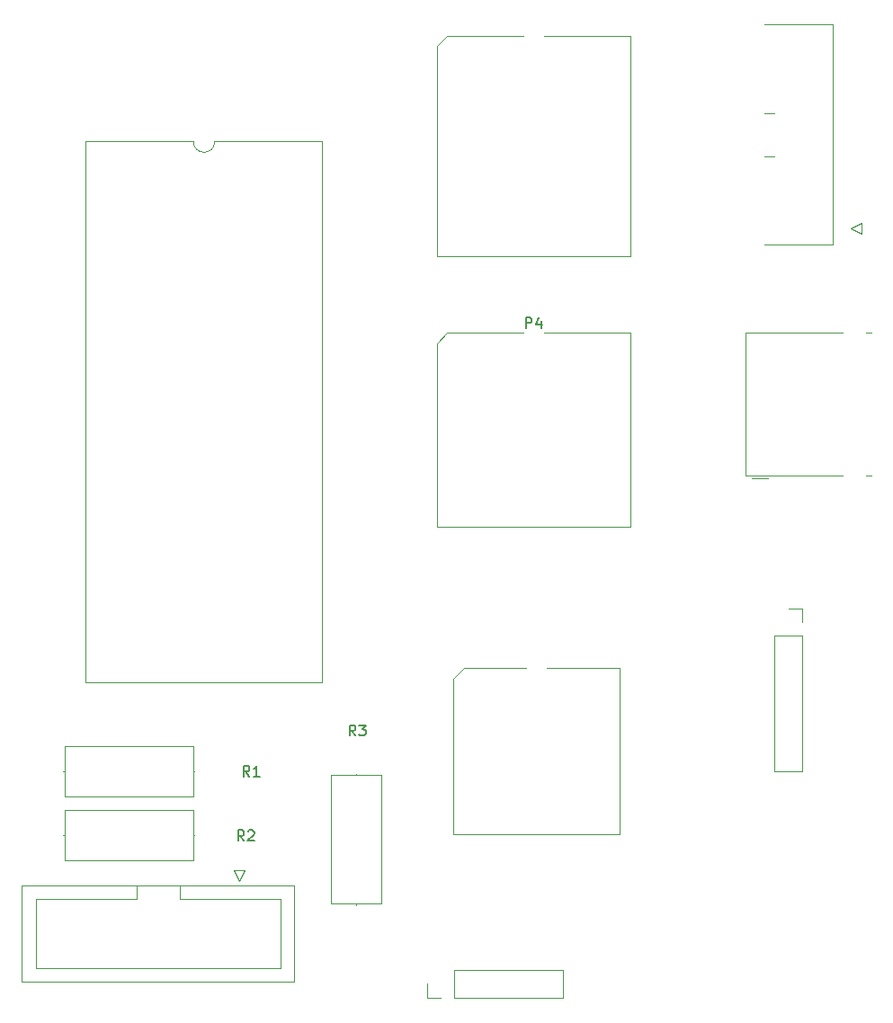
<source format=gto>
G04 #@! TF.GenerationSoftware,KiCad,Pcbnew,8.0.6*
G04 #@! TF.CreationDate,2025-01-14T22:13:32-05:00*
G04 #@! TF.ProjectId,ConnAdapter,436f6e6e-4164-4617-9074-65722e6b6963,rev?*
G04 #@! TF.SameCoordinates,Original*
G04 #@! TF.FileFunction,Legend,Top*
G04 #@! TF.FilePolarity,Positive*
%FSLAX46Y46*%
G04 Gerber Fmt 4.6, Leading zero omitted, Abs format (unit mm)*
G04 Created by KiCad (PCBNEW 8.0.6) date 2025-01-14 22:13:32*
%MOMM*%
%LPD*%
G01*
G04 APERTURE LIST*
%ADD10C,0.150000*%
%ADD11C,0.120000*%
%ADD12C,0.100000*%
G04 APERTURE END LIST*
D10*
X127963333Y-128464819D02*
X127630000Y-127988628D01*
X127391905Y-128464819D02*
X127391905Y-127464819D01*
X127391905Y-127464819D02*
X127772857Y-127464819D01*
X127772857Y-127464819D02*
X127868095Y-127512438D01*
X127868095Y-127512438D02*
X127915714Y-127560057D01*
X127915714Y-127560057D02*
X127963333Y-127655295D01*
X127963333Y-127655295D02*
X127963333Y-127798152D01*
X127963333Y-127798152D02*
X127915714Y-127893390D01*
X127915714Y-127893390D02*
X127868095Y-127941009D01*
X127868095Y-127941009D02*
X127772857Y-127988628D01*
X127772857Y-127988628D02*
X127391905Y-127988628D01*
X128915714Y-128464819D02*
X128344286Y-128464819D01*
X128630000Y-128464819D02*
X128630000Y-127464819D01*
X128630000Y-127464819D02*
X128534762Y-127607676D01*
X128534762Y-127607676D02*
X128439524Y-127702914D01*
X128439524Y-127702914D02*
X128344286Y-127750533D01*
X127463333Y-134524819D02*
X127130000Y-134048628D01*
X126891905Y-134524819D02*
X126891905Y-133524819D01*
X126891905Y-133524819D02*
X127272857Y-133524819D01*
X127272857Y-133524819D02*
X127368095Y-133572438D01*
X127368095Y-133572438D02*
X127415714Y-133620057D01*
X127415714Y-133620057D02*
X127463333Y-133715295D01*
X127463333Y-133715295D02*
X127463333Y-133858152D01*
X127463333Y-133858152D02*
X127415714Y-133953390D01*
X127415714Y-133953390D02*
X127368095Y-134001009D01*
X127368095Y-134001009D02*
X127272857Y-134048628D01*
X127272857Y-134048628D02*
X126891905Y-134048628D01*
X127844286Y-133620057D02*
X127891905Y-133572438D01*
X127891905Y-133572438D02*
X127987143Y-133524819D01*
X127987143Y-133524819D02*
X128225238Y-133524819D01*
X128225238Y-133524819D02*
X128320476Y-133572438D01*
X128320476Y-133572438D02*
X128368095Y-133620057D01*
X128368095Y-133620057D02*
X128415714Y-133715295D01*
X128415714Y-133715295D02*
X128415714Y-133810533D01*
X128415714Y-133810533D02*
X128368095Y-133953390D01*
X128368095Y-133953390D02*
X127796667Y-134524819D01*
X127796667Y-134524819D02*
X128415714Y-134524819D01*
X153991905Y-86239819D02*
X153991905Y-85239819D01*
X153991905Y-85239819D02*
X154372857Y-85239819D01*
X154372857Y-85239819D02*
X154468095Y-85287438D01*
X154468095Y-85287438D02*
X154515714Y-85335057D01*
X154515714Y-85335057D02*
X154563333Y-85430295D01*
X154563333Y-85430295D02*
X154563333Y-85573152D01*
X154563333Y-85573152D02*
X154515714Y-85668390D01*
X154515714Y-85668390D02*
X154468095Y-85716009D01*
X154468095Y-85716009D02*
X154372857Y-85763628D01*
X154372857Y-85763628D02*
X153991905Y-85763628D01*
X155420476Y-85573152D02*
X155420476Y-86239819D01*
X155182381Y-85192200D02*
X154944286Y-85906485D01*
X154944286Y-85906485D02*
X155563333Y-85906485D01*
X137953333Y-124634819D02*
X137620000Y-124158628D01*
X137381905Y-124634819D02*
X137381905Y-123634819D01*
X137381905Y-123634819D02*
X137762857Y-123634819D01*
X137762857Y-123634819D02*
X137858095Y-123682438D01*
X137858095Y-123682438D02*
X137905714Y-123730057D01*
X137905714Y-123730057D02*
X137953333Y-123825295D01*
X137953333Y-123825295D02*
X137953333Y-123968152D01*
X137953333Y-123968152D02*
X137905714Y-124063390D01*
X137905714Y-124063390D02*
X137858095Y-124111009D01*
X137858095Y-124111009D02*
X137762857Y-124158628D01*
X137762857Y-124158628D02*
X137381905Y-124158628D01*
X138286667Y-123634819D02*
X138905714Y-123634819D01*
X138905714Y-123634819D02*
X138572381Y-124015771D01*
X138572381Y-124015771D02*
X138715238Y-124015771D01*
X138715238Y-124015771D02*
X138810476Y-124063390D01*
X138810476Y-124063390D02*
X138858095Y-124111009D01*
X138858095Y-124111009D02*
X138905714Y-124206247D01*
X138905714Y-124206247D02*
X138905714Y-124444342D01*
X138905714Y-124444342D02*
X138858095Y-124539580D01*
X138858095Y-124539580D02*
X138810476Y-124587200D01*
X138810476Y-124587200D02*
X138715238Y-124634819D01*
X138715238Y-124634819D02*
X138429524Y-124634819D01*
X138429524Y-124634819D02*
X138334286Y-124587200D01*
X138334286Y-124587200D02*
X138286667Y-124539580D01*
D11*
X122800000Y-128000000D02*
X122690000Y-128000000D01*
X122690000Y-130370000D02*
X122690000Y-125630000D01*
X122690000Y-125630000D02*
X110550000Y-125630000D01*
X110550000Y-130370000D02*
X122690000Y-130370000D01*
X110550000Y-125630000D02*
X110550000Y-130370000D01*
X110440000Y-128000000D02*
X110550000Y-128000000D01*
X180040000Y-115230000D02*
X180040000Y-127990000D01*
X180040000Y-112630000D02*
X180040000Y-113960000D01*
X178710000Y-112630000D02*
X180040000Y-112630000D01*
X177380000Y-127990000D02*
X180040000Y-127990000D01*
X177380000Y-115230000D02*
X180040000Y-115230000D01*
X177380000Y-115230000D02*
X177380000Y-127990000D01*
X157490000Y-149330000D02*
X157490000Y-146670000D01*
X147270000Y-149330000D02*
X157490000Y-149330000D01*
X147270000Y-149330000D02*
X147270000Y-146670000D01*
X147270000Y-146670000D02*
X157490000Y-146670000D01*
X146000000Y-149330000D02*
X144670000Y-149330000D01*
X144670000Y-149330000D02*
X144670000Y-148000000D01*
X185590000Y-77370000D02*
X185590000Y-76370000D01*
X185590000Y-76370000D02*
X184590000Y-76870000D01*
X184590000Y-76870000D02*
X185590000Y-77370000D01*
X182890000Y-78340000D02*
X182890000Y-57640000D01*
X182890000Y-78340000D02*
X176490000Y-78340000D01*
X182890000Y-65930000D02*
X182890000Y-65930000D01*
D12*
X176490000Y-70040000D02*
X177390000Y-70040000D01*
X176490000Y-65990000D02*
X177390000Y-65990000D01*
D11*
X176490000Y-57640000D02*
X182890000Y-57640000D01*
X162850000Y-133930000D02*
X162850000Y-118230000D01*
X162850000Y-118230000D02*
X156000000Y-118230000D01*
X154000000Y-118230000D02*
X148150000Y-118230000D01*
X148150000Y-118230000D02*
X147150000Y-119230000D01*
X147150000Y-133930000D02*
X162850000Y-133930000D01*
X147150000Y-119230000D02*
X147150000Y-133930000D01*
X122800000Y-134000000D02*
X122690000Y-134000000D01*
X122690000Y-136370000D02*
X122690000Y-131630000D01*
X122690000Y-131630000D02*
X110550000Y-131630000D01*
X110550000Y-136370000D02*
X122690000Y-136370000D01*
X110550000Y-131630000D02*
X110550000Y-136370000D01*
X110440000Y-134000000D02*
X110550000Y-134000000D01*
X163855000Y-79480000D02*
X163855000Y-58680000D01*
X163855000Y-58680000D02*
X155730000Y-58680000D01*
X153730000Y-58680000D02*
X146605000Y-58680000D01*
X146605000Y-58680000D02*
X145605000Y-59680000D01*
X145605000Y-79480000D02*
X163855000Y-79480000D01*
X145605000Y-59680000D02*
X145605000Y-79480000D01*
X186500000Y-100110000D02*
X186040000Y-100110000D01*
X186500000Y-86690000D02*
X186040000Y-86690000D01*
X183840000Y-100110000D02*
X174710000Y-100110000D01*
X176820000Y-100420000D02*
X175290000Y-100420000D01*
X174710000Y-100110000D02*
X174710000Y-86690000D01*
X174710000Y-86690000D02*
X183840000Y-86690000D01*
X132210000Y-147830000D02*
X106550000Y-147830000D01*
X132210000Y-138710000D02*
X132210000Y-147830000D01*
X130910000Y-146520000D02*
X107850000Y-146520000D01*
X130910000Y-140020000D02*
X130910000Y-146520000D01*
X127500000Y-137320000D02*
X126500000Y-137320000D01*
X127000000Y-138320000D02*
X127500000Y-137320000D01*
X126500000Y-137320000D02*
X127000000Y-138320000D01*
X121430000Y-140020000D02*
X130910000Y-140020000D01*
X121430000Y-138710000D02*
X121430000Y-140020000D01*
X117330000Y-140020000D02*
X117330000Y-140020000D01*
X117330000Y-140020000D02*
X117330000Y-138710000D01*
X107850000Y-146520000D02*
X107850000Y-140020000D01*
X107850000Y-140020000D02*
X117330000Y-140020000D01*
X106550000Y-147830000D02*
X106550000Y-138710000D01*
X106550000Y-138710000D02*
X132210000Y-138710000D01*
X163855000Y-104935000D02*
X163855000Y-86685000D01*
X163855000Y-86685000D02*
X155730000Y-86685000D01*
X153730000Y-86685000D02*
X146605000Y-86685000D01*
X146605000Y-86685000D02*
X145605000Y-87685000D01*
X145605000Y-104935000D02*
X163855000Y-104935000D01*
X145605000Y-87685000D02*
X145605000Y-104935000D01*
X124700000Y-68670000D02*
G75*
G02*
X122700000Y-68670000I-1000000J0D01*
G01*
X134840000Y-119590000D02*
X134840000Y-68670000D01*
X134840000Y-68670000D02*
X124700000Y-68670000D01*
X122700000Y-68670000D02*
X112560000Y-68670000D01*
X112560000Y-119590000D02*
X134840000Y-119590000D01*
X112560000Y-68670000D02*
X112560000Y-119590000D01*
X140370000Y-140450000D02*
X140370000Y-128310000D01*
X140370000Y-128310000D02*
X135630000Y-128310000D01*
X138000000Y-140560000D02*
X138000000Y-140450000D01*
X138000000Y-128200000D02*
X138000000Y-128310000D01*
X135630000Y-140450000D02*
X140370000Y-140450000D01*
X135630000Y-128310000D02*
X135630000Y-140450000D01*
M02*

</source>
